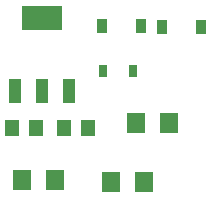
<source format=gbp>
G04 Layer: BottomPasteMaskLayer*
G04 EasyEDA v6.1.52, Mon, 22 Jul 2019 07:30:32 GMT*
G04 48bfd73402ea4c338a6de7f667507198,62ece946848449f3960951035e99d9e0,10*
G04 Gerber Generator version 0.2*
G04 Scale: 100 percent, Rotated: No, Reflected: No *
G04 Dimensions in millimeters *
G04 leading zeros omitted , absolute positions ,3 integer and 3 decimal *
%FSLAX33Y33*%
%MOMM*%
G90*
G71D02*

%ADD22R,1.092200X2.159000*%
%ADD23R,3.505200X2.159000*%
%ADD24R,0.909320X1.219200*%
%ADD25R,0.799998X0.999998*%
%ADD26R,1.600200X1.800860*%
%ADD27R,1.160018X1.450010*%

%LPD*%
G54D22*
G01X6489Y13030D03*
G01X4178Y13030D03*
G01X1892Y13030D03*
G54D23*
G01X4178Y19227D03*
G54D24*
G01X9296Y18542D03*
G01X12547Y18542D03*
G01X14376Y18415D03*
G01X17627Y18415D03*
G54D25*
G01X11938Y14732D03*
G01X9398Y14732D03*
G54D26*
G01X14986Y10287D03*
G01X12192Y10287D03*
G01X5334Y5461D03*
G01X2540Y5461D03*
G01X12827Y5334D03*
G01X10033Y5334D03*
G54D27*
G01X3683Y9906D03*
G01X1651Y9906D03*
G01X8128Y9906D03*
G01X6096Y9906D03*
M00*
M02*

</source>
